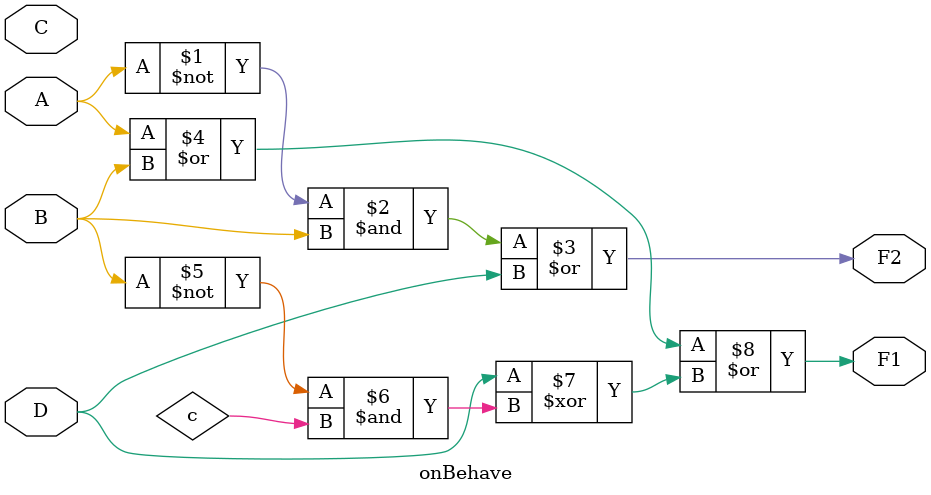
<source format=v>
`timescale 1ns / 1ps
module onBehave(
    input A,
    input B,
    input C,
    input D,
    output F1,
    output F2
    );
    assign F2  = (~A & B) | D ;
	 assign F1  = (A | B) | (D ^ (~B & c));
endmodule

</source>
